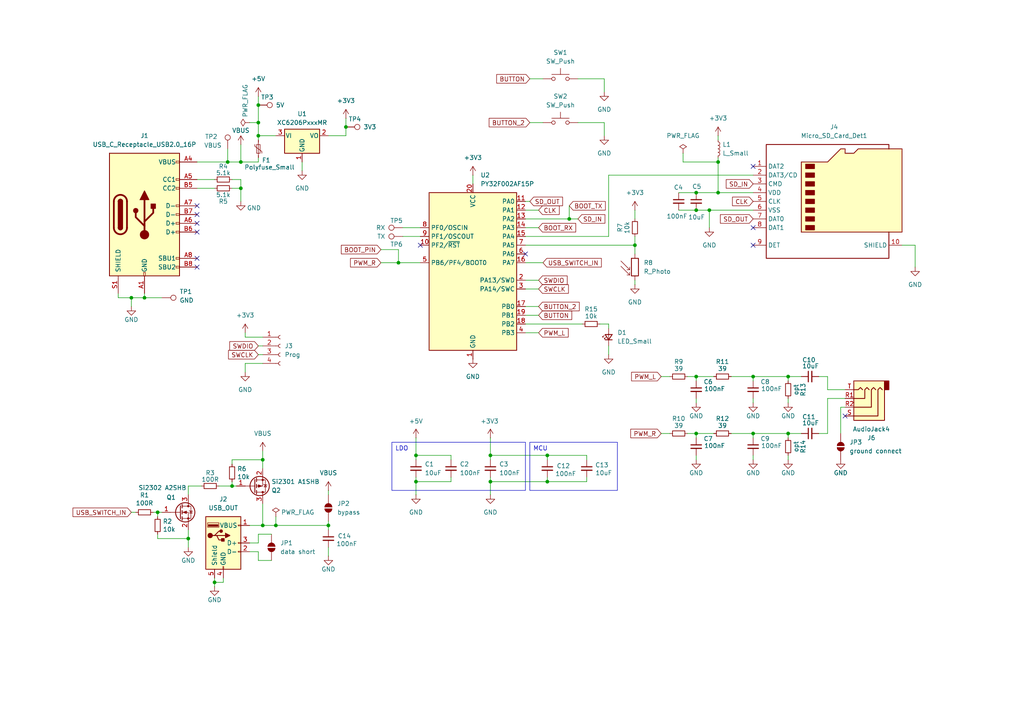
<source format=kicad_sch>
(kicad_sch (version 20250114) (generator "eeschema") (generator_version "9.0")
  (paper "A4")
  (lib_symbols
    (symbol "Connector:Conn_01x04_Socket" (pin_names (offset 1.016) (hide yes))
      (property "Reference" "J" (at 0 5.08 0))
      (property "Value" "Conn_01x04_Socket" (at 0 -7.62 0))
      (symbol "Conn_01x04_Socket_1_1"
        (pin passive line (at -5.08 2.54 0) (length 3.81) (name "Pin_1") (number "1"))
        (pin passive line (at -5.08 0 0) (length 3.81) (name "Pin_2") (number "2"))
        (pin passive line (at -5.08 -2.54 0) (length 3.81) (name "Pin_3") (number "3"))
        (pin passive line (at -5.08 -5.08 0) (length 3.81) (name "Pin_4") (number "4"))
      )
    )
    (symbol "Connector:Micro_SD_Card_Det1"
      (property "Reference" "J" (at -16.51 17.78 0))
      (property "Value" "Micro_SD_Card_Det1" (at 16.51 17.78 0))
      (symbol "Micro_SD_Card_Det1_1_1"
        (pin bidirectional line (at -22.86 10.16 0) (length 3.81) (name "DAT2") (number "1"))
        (pin bidirectional line (at -22.86 7.62 0) (length 3.81) (name "DAT3/CD") (number "2"))
        (pin input line (at -22.86 5.08 0) (length 3.81) (name "CMD") (number "3"))
        (pin power_in line (at -22.86 2.54 0) (length 3.81) (name "VDD") (number "4"))
        (pin input line (at -22.86 0 0) (length 3.81) (name "CLK") (number "5"))
        (pin power_in line (at -22.86 -2.54 0) (length 3.81) (name "VSS") (number "6"))
        (pin bidirectional line (at -22.86 -5.08 0) (length 3.81) (name "DAT0") (number "7"))
        (pin bidirectional line (at -22.86 -7.62 0) (length 3.81) (name "DAT1") (number "8"))
        (pin passive line (at -22.86 -12.7 0) (length 3.81) (name "DET") (number "9"))
        (pin passive line (at 20.32 -12.7 180) (length 3.81) (name "SHIELD") (number "10"))
      )
    )
    (symbol "Connector:TestPoint" (pin_numbers (hide yes)) (pin_names (offset 0.762) (hide yes))
      (property "Reference" "TP" (at 0 6.858 0))
      (property "Value" "TestPoint" (at 0 5.08 0))
      (symbol "TestPoint_1_1"
        (pin passive line (at 0 0 90) (length 2.54) (name "1") (number "1"))
      )
    )
    (symbol "Connector:USB_A" (pin_names (offset 1.016))
      (property "Reference" "J" (at -5.08 11.43 0))
      (property "Value" "USB_A" (at -5.08 8.89 0))
      (symbol "USB_A_1_1"
        (pin passive line (at -2.54 -10.16 90) (length 2.54) (name "Shield") (number "5"))
        (pin power_in line (at 0 -10.16 90) (length 2.54) (name "GND") (number "4"))
        (pin power_in line (at 7.62 5.08 180) (length 2.54) (name "VBUS") (number "1"))
        (pin bidirectional line (at 7.62 0 180) (length 2.54) (name "D+") (number "3"))
        (pin bidirectional line (at 7.62 -2.54 180) (length 2.54) (name "D-") (number "2"))
      )
    )
    (symbol "Connector:USB_C_Receptacle_USB2.0_16P" (pin_names (offset 1.016))
      (property "Reference" "J" (at 0 22.225 0))
      (property "Value" "USB_C_Receptacle_USB2.0_16P" (at 0 19.685 0))
      (symbol "USB_C_Receptacle_USB2.0_16P_1_1"
        (pin passive line (at -7.62 -22.86 90) (length 5.08) (name "SHIELD") (number "S1"))
        (pin passive line (at 0 -22.86 90) (length 5.08) (name "GND") (number "A1"))
        (pin passive line (at 0 -22.86 90) (length 5.08) (hide yes) (name "GND") (number "A12"))
        (pin passive line (at 0 -22.86 90) (length 5.08) (hide yes) (name "GND") (number "B1"))
        (pin passive line (at 0 -22.86 90) (length 5.08) (hide yes) (name "GND") (number "B12"))
        (pin passive line (at 15.24 15.24 180) (length 5.08) (name "VBUS") (number "A4"))
        (pin passive line (at 15.24 15.24 180) (length 5.08) (hide yes) (name "VBUS") (number "A9"))
        (pin passive line (at 15.24 15.24 180) (length 5.08) (hide yes) (name "VBUS") (number "B4"))
        (pin passive line (at 15.24 15.24 180) (length 5.08) (hide yes) (name "VBUS") (number "B9"))
        (pin bidirectional line (at 15.24 10.16 180) (length 5.08) (name "CC1") (number "A5"))
        (pin bidirectional line (at 15.24 7.62 180) (length 5.08) (name "CC2") (number "B5"))
        (pin bidirectional line (at 15.24 2.54 180) (length 5.08) (name "D-") (number "A7"))
        (pin bidirectional line (at 15.24 0 180) (length 5.08) (name "D-") (number "B7"))
        (pin bidirectional line (at 15.24 -2.54 180) (length 5.08) (name "D+") (number "A6"))
        (pin bidirectional line (at 15.24 -5.08 180) (length 5.08) (name "D+") (number "B6"))
        (pin bidirectional line (at 15.24 -12.7 180) (length 5.08) (name "SBU1") (number "A8"))
        (pin bidirectional line (at 15.24 -15.24 180) (length 5.08) (name "SBU2") (number "B8"))
      )
    )
    (symbol "Connector_Audio:AudioJack4"
      (property "Reference" "J" (at 0 8.89 0))
      (property "Value" "AudioJack4" (at 0 6.35 0))
      (symbol "AudioJack4_1_1"
        (pin passive line (at 5.08 2.54 180) (length 2.54) (name "~") (number "S"))
        (pin passive line (at 5.08 0 180) (length 2.54) (name "~") (number "R2"))
        (pin passive line (at 5.08 -2.54 180) (length 2.54) (name "~") (number "R1"))
        (pin passive line (at 5.08 -5.08 180) (length 2.54) (name "~") (number "T"))
      )
    )
    (symbol "Device:C_Small" (pin_numbers (hide yes)) (pin_names (offset 0.254) (hide yes))
      (property "Reference" "C" (at 0.254 1.778 0))
      (property "Value" "C_Small" (at 0.254 -2.032 0))
      (symbol "C_Small_1_1"
        (pin passive line (at 0 2.54 270) (length 2.032) (name "~") (number "1"))
        (pin passive line (at 0 -2.54 90) (length 2.032) (name "~") (number "2"))
      )
    )
    (symbol "Device:LED_Small" (pin_numbers (hide yes)) (pin_names (offset 0.254) (hide yes))
      (property "Reference" "D" (at -1.27 3.175 0))
      (property "Value" "LED_Small" (at -4.445 -2.54 0))
      (symbol "LED_Small_1_1"
        (pin passive line (at -2.54 0 0) (length 1.778) (name "K") (number "1"))
        (pin passive line (at 2.54 0 180) (length 1.778) (name "A") (number "2"))
      )
    )
    (symbol "Device:L_Small" (pin_numbers (hide yes)) (pin_names (offset 0.254) (hide yes))
      (property "Reference" "L" (at 0.762 1.016 0))
      (property "Value" "L_Small" (at 0.762 -1.016 0))
      (symbol "L_Small_1_1"
        (pin passive line (at 0 2.54 270) (length 0.508) (name "~") (number "1"))
        (pin passive line (at 0 -2.54 90) (length 0.508) (name "~") (number "2"))
      )
    )
    (symbol "Device:Polyfuse_Small" (pin_numbers (hide yes)) (pin_names (offset 0))
      (property "Reference" "F" (at -1.905 0 90))
      (property "Value" "Polyfuse_Small" (at 1.905 0 90))
      (symbol "Polyfuse_Small_1_1"
        (pin passive line (at 0 2.54 270) (length 0.635) (name "~") (number "1"))
        (pin passive line (at 0 -2.54 90) (length 0.635) (name "~") (number "2"))
      )
    )
    (symbol "Device:R_Photo" (pin_numbers (hide yes)) (pin_names (offset 0))
      (property "Reference" "R" (at 1.27 1.27 0))
      (property "Value" "R_Photo" (at 1.27 0 0))
      (symbol "R_Photo_1_1"
        (pin passive line (at 0 3.81 270) (length 1.27) (name "~") (number "1"))
        (pin passive line (at 0 -3.81 90) (length 1.27) (name "~") (number "2"))
      )
    )
    (symbol "Device:R_Small" (pin_numbers (hide yes)) (pin_names (offset 0.254) (hide yes))
      (property "Reference" "R" (at 0.762 0.508 0))
      (property "Value" "R_Small" (at 0.762 -1.016 0))
      (symbol "R_Small_1_1"
        (pin passive line (at 0 2.54 270) (length 0.762) (name "~") (number "1"))
        (pin passive line (at 0 -2.54 90) (length 0.762) (name "~") (number "2"))
      )
    )
    (symbol "Jumper:SolderJumper_2_Open" (pin_numbers (hide yes)) (pin_names (offset 0) (hide yes)) (exclude_from_sim yes) (in_bom no)
      (property "Reference" "JP" (at 0 2.032 0))
      (property "Value" "SolderJumper_2_Open" (at 0 -2.54 0))
      (symbol "SolderJumper_2_Open_1_1"
        (pin passive line (at -3.81 0 0) (length 2.54) (name "A") (number "1"))
        (pin passive line (at 3.81 0 180) (length 2.54) (name "B") (number "2"))
      )
    )
    (symbol "MCU_Puya:PY32F002AF15P"
      (property "Reference" "U" (at -11.43 24.638 0))
      (property "Value" "PY32F002AF15P" (at 8.636 24.13 0))
      (symbol "PY32F002AF15P_1_1"
        (pin bidirectional line (at -15.24 12.7 0) (length 2.54) (name "PF0/OSCIN") (number "8"))
        (pin bidirectional line (at -15.24 10.16 0) (length 2.54) (name "PF1/OSCOUT") (number "9"))
        (pin bidirectional line (at -15.24 7.62 0) (length 2.54) (name "PF2/~{RST}") (number "10"))
        (pin bidirectional line (at -15.24 2.54 0) (length 2.54) (name "PB6/PF4/BOOT0") (number "5"))
        (pin power_in line (at 0 25.4 270) (length 2.54) (name "VCC") (number "20"))
        (pin power_in line (at 0 -25.4 90) (length 2.54) (name "GND") (number "1"))
        (pin bidirectional line (at 15.24 20.32 180) (length 2.54) (name "PA0") (number "11"))
        (pin bidirectional line (at 15.24 17.78 180) (length 2.54) (name "PA1") (number "12"))
        (pin bidirectional line (at 15.24 15.24 180) (length 2.54) (name "PA2") (number "13"))
        (pin bidirectional line (at 15.24 12.7 180) (length 2.54) (name "PA3") (number "14"))
        (pin bidirectional line (at 15.24 10.16 180) (length 2.54) (name "PA4") (number "15"))
        (pin bidirectional line (at 15.24 7.62 180) (length 2.54) (name "PA5") (number "7"))
        (pin bidirectional line (at 15.24 5.08 180) (length 2.54) (name "PA6") (number "6"))
        (pin bidirectional line (at 15.24 2.54 180) (length 2.54) (name "PA7") (number "16"))
        (pin bidirectional line (at 15.24 -2.54 180) (length 2.54) (name "PA13/SWD") (number "2"))
        (pin bidirectional line (at 15.24 -5.08 180) (length 2.54) (name "PA14/SWC") (number "3"))
        (pin bidirectional line (at 15.24 -10.16 180) (length 2.54) (name "PB0") (number "17"))
        (pin bidirectional line (at 15.24 -12.7 180) (length 2.54) (name "PB1") (number "19"))
        (pin bidirectional line (at 15.24 -15.24 180) (length 2.54) (name "PB2") (number "18"))
        (pin bidirectional line (at 15.24 -17.78 180) (length 2.54) (name "PB3") (number "4"))
      )
    )
    (symbol "Regulator_Linear:XC6206PxxxMR" (pin_names (offset 0.254))
      (property "Reference" "U" (at -3.81 3.175 0))
      (property "Value" "XC6206PxxxMR" (at 0 3.175 0))
      (symbol "XC6206PxxxMR_1_1"
        (pin power_in line (at -7.62 0 0) (length 2.54) (name "VI") (number "3"))
        (pin power_in line (at 0 -7.62 90) (length 2.54) (name "GND") (number "1"))
        (pin power_out line (at 7.62 0 180) (length 2.54) (name "VO") (number "2"))
      )
    )
    (symbol "Switch:SW_Push" (pin_numbers (hide yes)) (pin_names (offset 1.016) (hide yes))
      (property "Reference" "SW" (at 1.27 2.54 0))
      (property "Value" "SW_Push" (at 0 -1.524 0))
      (symbol "SW_Push_0_1"
        (pin passive line (at -5.08 0 0) (length 2.54) (name "1") (number "1"))
        (pin passive line (at 5.08 0 180) (length 2.54) (name "2") (number "2"))
      )
    )
    (symbol "Transistor_FET:2N7002" (pin_names (hide yes))
      (property "Reference" "Q" (at 5.08 1.905 0))
      (property "Value" "2N7002" (at 5.08 0 0))
      (symbol "2N7002_1_1"
        (pin input line (at -5.08 0 0) (length 2.54) (name "G") (number "1"))
        (pin passive line (at 2.54 5.08 270) (length 2.54) (name "D") (number "3"))
        (pin passive line (at 2.54 -5.08 90) (length 2.54) (name "S") (number "2"))
      )
    )
    (symbol "Transistor_FET:Si2319CDS" (pin_names (hide yes))
      (property "Reference" "Q" (at 5.08 1.905 0))
      (property "Value" "Si2319CDS" (at 5.08 0 0))
      (symbol "Si2319CDS_1_1"
        (pin input line (at -5.08 0 0) (length 2.54) (name "G") (number "1"))
        (pin passive line (at 2.54 5.08 270) (length 2.54) (name "D") (number "3"))
        (pin passive line (at 2.54 -5.08 90) (length 2.54) (name "S") (number "2"))
      )
    )
    (symbol "power:+3V3" (power) (pin_numbers (hide yes)) (pin_names (offset 0) (hide yes))
      (property "Value" "+3V3" (at 0 3.556 0))
      (symbol "+3V3_1_1"
        (pin power_in line (at 0 0 90) (length 0) (name "~") (number "1"))
      )
    )
    (symbol "power:+5V" (power) (pin_numbers (hide yes)) (pin_names (offset 0) (hide yes))
      (property "Value" "+5V" (at 0 3.556 0))
      (symbol "+5V_1_1"
        (pin power_in line (at 0 0 90) (length 0) (name "~") (number "1"))
      )
    )
    (symbol "power:GND" (power) (pin_numbers (hide yes)) (pin_names (offset 0) (hide yes))
      (property "Value" "GND" (at 0 -3.81 0))
      (symbol "GND_1_1"
        (pin power_in line (at 0 0 270) (length 0) (name "~") (number "1"))
      )
    )
    (symbol "power:PWR_FLAG" (power) (pin_numbers (hide yes)) (pin_names (offset 0) (hide yes))
      (property "Value" "PWR_FLAG" (at 0 3.81 0))
      (symbol "PWR_FLAG_0_0"
        (pin power_out line (at 0 0 90) (length 0) (name "~") (number "1"))
      )
    )
    (symbol "power:VBUS" (power) (pin_numbers (hide yes)) (pin_names (offset 0) (hide yes))
      (property "Value" "VBUS" (at 0 3.556 0))
      (symbol "VBUS_1_1"
        (pin power_in line (at 0 0 90) (length 0) (name "~") (number "1"))
      )
    )
  )
  (text_box "LDO" (at 113.665 128.27 0) (size 38.735 13.97) (margins 0.9525 0.9525 0.9525 0.9525) (effects (font (size 1.27 1.27)) (justify left top)))
  (text_box "MCU" (at 153.67 128.27 0) (size 25.4 13.97) (margins 0.9525 0.9525 0.9525 0.9525) (effects (font (size 1.27 1.27)) (justify left top)))
  (junction (at 38.1 86.36))
  (junction (at 80.01 152.4))
  (junction (at 54.61 156.21))
  (junction (at 66.04 46.99))
  (junction (at 120.65 132.08))
  (junction (at 67.31 140.97))
  (junction (at 201.93 55.88))
  (junction (at 158.75 132.08))
  (junction (at 208.28 46.99))
  (junction (at 142.24 139.7))
  (junction (at 184.15 71.12))
  (junction (at 201.93 60.96))
  (junction (at 62.23 168.91))
  (junction (at 208.28 55.88))
  (junction (at 228.6 125.73))
  (junction (at 74.93 39.37))
  (junction (at 228.6 109.22))
  (junction (at 95.25 152.4))
  (junction (at 201.93 109.22))
  (junction (at 120.65 139.7))
  (junction (at 45.72 148.59))
  (junction (at 158.75 139.7))
  (junction (at 115.57 76.2))
  (junction (at 74.93 35.56))
  (junction (at 142.24 132.08))
  (junction (at 69.85 54.61))
  (junction (at 218.44 109.22))
  (junction (at 165.1 63.5))
  (junction (at 74.93 30.48))
  (junction (at 41.91 86.36))
  (junction (at 201.93 125.73))
  (junction (at 100.33 36.83))
  (junction (at 76.2 133.35))
  (junction (at 205.74 60.96))
  (junction (at 218.44 125.73))
  (junction (at 76.2 152.4))
  (junction (at 69.85 46.99))
  (no_connect (at 152.4 73.66))
  (no_connect (at 57.15 62.23))
  (no_connect (at 57.15 64.77))
  (no_connect (at 218.44 48.26))
  (no_connect (at 245.11 120.65))
  (no_connect (at 121.92 71.12))
  (no_connect (at 218.44 66.04))
  (no_connect (at 57.15 59.69))
  (no_connect (at 57.15 77.47))
  (no_connect (at 57.15 67.31))
  (no_connect (at 218.44 71.12))
  (no_connect (at 57.15 74.93))
  (wire (pts (xy 152.4 66.04) (xy 156.21 66.04)))
  (wire (pts (xy 201.93 109.22) (xy 201.93 110.49)))
  (wire (pts (xy 45.72 154.94) (xy 45.72 156.21)))
  (wire (pts (xy 212.09 125.73) (xy 218.44 125.73)))
  (wire (pts (xy 38.1 86.36) (xy 41.91 86.36)))
  (wire (pts (xy 116.84 68.58) (xy 121.92 68.58)))
  (wire (pts (xy 74.93 102.87) (xy 76.2 102.87)))
  (wire (pts (xy 116.84 66.04) (xy 121.92 66.04)))
  (wire (pts (xy 95.25 142.24) (xy 95.25 143.51)))
  (wire (pts (xy 191.77 109.22) (xy 194.31 109.22)))
  (wire (pts (xy 72.39 160.02) (xy 74.93 160.02)))
  (wire (pts (xy 218.44 125.73) (xy 228.6 125.73)))
  (wire (pts (xy 243.84 118.11) (xy 243.84 125.73)))
  (wire (pts (xy 218.44 109.22) (xy 228.6 109.22)))
  (wire (pts (xy 201.93 60.96) (xy 205.74 60.96)))
  (wire (pts (xy 165.1 63.5) (xy 167.64 63.5)))
  (wire (pts (xy 176.53 50.8) (xy 218.44 50.8)))
  (wire (pts (xy 240.03 115.57) (xy 245.11 115.57)))
  (wire (pts (xy 228.6 109.22) (xy 228.6 110.49)))
  (wire (pts (xy 152.4 81.28) (xy 156.21 81.28)))
  (wire (pts (xy 130.81 132.08) (xy 120.65 132.08)))
  (wire (pts (xy 184.15 71.12) (xy 184.15 73.66)))
  (wire (pts (xy 152.4 88.9) (xy 156.21 88.9)))
  (wire (pts (xy 69.85 52.07) (xy 69.85 54.61)))
  (wire (pts (xy 198.12 46.99) (xy 208.28 46.99)))
  (wire (pts (xy 205.74 66.04) (xy 205.74 60.96)))
  (wire (pts (xy 62.23 167.64) (xy 62.23 168.91)))
  (wire (pts (xy 208.28 45.72) (xy 208.28 46.99)))
  (wire (pts (xy 237.49 125.73) (xy 240.03 125.73)))
  (wire (pts (xy 38.1 148.59) (xy 39.37 148.59)))
  (wire (pts (xy 228.6 109.22) (xy 232.41 109.22)))
  (wire (pts (xy 165.1 59.69) (xy 165.1 63.5)))
  (wire (pts (xy 152.4 60.96) (xy 156.21 60.96)))
  (wire (pts (xy 100.33 39.37) (xy 100.33 36.83)))
  (wire (pts (xy 152.4 58.42) (xy 153.67 58.42)))
  (wire (pts (xy 67.31 134.62) (xy 67.31 133.35)))
  (wire (pts (xy 175.26 35.56) (xy 175.26 39.37)))
  (wire (pts (xy 196.85 60.96) (xy 201.93 60.96)))
  (wire (pts (xy 100.33 36.83) (xy 100.33 34.29)))
  (wire (pts (xy 54.61 153.67) (xy 54.61 156.21)))
  (wire (pts (xy 158.75 132.08) (xy 170.18 132.08)))
  (wire (pts (xy 120.65 138.43) (xy 120.65 139.7)))
  (wire (pts (xy 78.74 154.94) (xy 74.93 154.94)))
  (wire (pts (xy 76.2 130.81) (xy 76.2 133.35)))
  (wire (pts (xy 62.23 168.91) (xy 64.77 168.91)))
  (wire (pts (xy 115.57 76.2) (xy 121.92 76.2)))
  (wire (pts (xy 142.24 127) (xy 142.24 132.08)))
  (wire (pts (xy 76.2 146.05) (xy 76.2 152.4)))
  (wire (pts (xy 57.15 46.99) (xy 66.04 46.99)))
  (wire (pts (xy 120.65 132.08) (xy 120.65 133.35)))
  (wire (pts (xy 67.31 52.07) (xy 69.85 52.07)))
  (wire (pts (xy 80.01 149.86) (xy 80.01 152.4)))
  (wire (pts (xy 71.12 105.41) (xy 76.2 105.41)))
  (wire (pts (xy 170.18 138.43) (xy 170.18 139.7)))
  (wire (pts (xy 54.61 156.21) (xy 54.61 158.75)))
  (wire (pts (xy 142.24 138.43) (xy 142.24 139.7)))
  (wire (pts (xy 87.63 46.99) (xy 87.63 49.53)))
  (wire (pts (xy 240.03 113.03) (xy 245.11 113.03)))
  (wire (pts (xy 45.72 148.59) (xy 45.72 149.86)))
  (wire (pts (xy 201.93 115.57) (xy 201.93 116.84)))
  (wire (pts (xy 41.91 85.09) (xy 41.91 86.36)))
  (wire (pts (xy 176.53 68.58) (xy 152.4 68.58)))
  (wire (pts (xy 153.67 22.86) (xy 157.48 22.86)))
  (wire (pts (xy 170.18 132.08) (xy 170.18 133.35)))
  (wire (pts (xy 228.6 115.57) (xy 228.6 116.84)))
  (wire (pts (xy 74.93 162.56) (xy 78.74 162.56)))
  (wire (pts (xy 212.09 109.22) (xy 218.44 109.22)))
  (wire (pts (xy 71.12 97.79) (xy 76.2 97.79)))
  (wire (pts (xy 201.93 55.88) (xy 208.28 55.88)))
  (wire (pts (xy 201.93 125.73) (xy 201.93 127)))
  (wire (pts (xy 74.93 35.56) (xy 74.93 39.37)))
  (wire (pts (xy 120.65 127) (xy 120.65 132.08)))
  (wire (pts (xy 74.93 39.37) (xy 80.01 39.37)))
  (wire (pts (xy 218.44 132.08) (xy 218.44 133.35)))
  (wire (pts (xy 205.74 60.96) (xy 218.44 60.96)))
  (wire (pts (xy 199.39 109.22) (xy 201.93 109.22)))
  (wire (pts (xy 64.77 167.64) (xy 64.77 168.91)))
  (wire (pts (xy 80.01 152.4) (xy 95.25 152.4)))
  (wire (pts (xy 95.25 152.4) (xy 95.25 151.13)))
  (wire (pts (xy 74.93 27.94) (xy 74.93 30.48)))
  (wire (pts (xy 34.29 85.09) (xy 34.29 86.36)))
  (wire (pts (xy 69.85 46.99) (xy 69.85 41.91)))
  (wire (pts (xy 152.4 71.12) (xy 184.15 71.12)))
  (wire (pts (xy 115.57 76.2) (xy 115.57 72.39)))
  (wire (pts (xy 201.93 109.22) (xy 207.01 109.22)))
  (wire (pts (xy 152.4 83.82) (xy 156.21 83.82)))
  (wire (pts (xy 71.12 107.95) (xy 71.12 105.41)))
  (wire (pts (xy 72.39 35.56) (xy 74.93 35.56)))
  (wire (pts (xy 95.25 158.75) (xy 95.25 161.29)))
  (wire (pts (xy 66.04 46.99) (xy 69.85 46.99)))
  (wire (pts (xy 176.53 50.8) (xy 176.53 68.58)))
  (wire (pts (xy 71.12 96.52) (xy 71.12 97.79)))
  (wire (pts (xy 67.31 133.35) (xy 76.2 133.35)))
  (wire (pts (xy 176.53 93.98) (xy 173.99 93.98)))
  (wire (pts (xy 74.93 30.48) (xy 74.93 35.56)))
  (wire (pts (xy 261.62 71.12) (xy 265.43 71.12)))
  (wire (pts (xy 67.31 140.97) (xy 68.58 140.97)))
  (wire (pts (xy 69.85 54.61) (xy 69.85 58.42)))
  (wire (pts (xy 63.5 140.97) (xy 67.31 140.97)))
  (wire (pts (xy 142.24 139.7) (xy 142.24 143.51)))
  (wire (pts (xy 218.44 115.57) (xy 218.44 116.84)))
  (wire (pts (xy 110.49 76.2) (xy 115.57 76.2)))
  (wire (pts (xy 110.49 72.39) (xy 115.57 72.39)))
  (wire (pts (xy 208.28 39.37) (xy 208.28 40.64)))
  (wire (pts (xy 158.75 132.08) (xy 158.75 133.35)))
  (wire (pts (xy 57.15 54.61) (xy 62.23 54.61)))
  (wire (pts (xy 137.16 50.8) (xy 137.16 53.34)))
  (wire (pts (xy 240.03 125.73) (xy 240.03 115.57)))
  (wire (pts (xy 74.93 100.33) (xy 76.2 100.33)))
  (wire (pts (xy 153.67 35.56) (xy 157.48 35.56)))
  (wire (pts (xy 74.93 45.72) (xy 74.93 46.99)))
  (wire (pts (xy 167.64 22.86) (xy 175.26 22.86)))
  (wire (pts (xy 67.31 139.7) (xy 67.31 140.97)))
  (wire (pts (xy 176.53 100.33) (xy 176.53 102.87)))
  (wire (pts (xy 34.29 86.36) (xy 38.1 86.36)))
  (wire (pts (xy 184.15 60.96) (xy 184.15 63.5)))
  (wire (pts (xy 38.1 86.36) (xy 38.1 88.9)))
  (wire (pts (xy 45.72 148.59) (xy 46.99 148.59)))
  (wire (pts (xy 67.31 54.61) (xy 69.85 54.61)))
  (wire (pts (xy 69.85 46.99) (xy 74.93 46.99)))
  (wire (pts (xy 152.4 76.2) (xy 157.48 76.2)))
  (wire (pts (xy 196.85 55.88) (xy 201.93 55.88)))
  (wire (pts (xy 199.39 125.73) (xy 201.93 125.73)))
  (wire (pts (xy 201.93 132.08) (xy 201.93 133.35)))
  (wire (pts (xy 228.6 125.73) (xy 228.6 127)))
  (wire (pts (xy 120.65 139.7) (xy 120.65 143.51)))
  (wire (pts (xy 76.2 152.4) (xy 80.01 152.4)))
  (wire (pts (xy 45.72 156.21) (xy 54.61 156.21)))
  (wire (pts (xy 228.6 132.08) (xy 228.6 133.35)))
  (wire (pts (xy 95.25 152.4) (xy 95.25 153.67)))
  (wire (pts (xy 54.61 143.51) (xy 54.61 140.97)))
  (wire (pts (xy 72.39 152.4) (xy 76.2 152.4)))
  (wire (pts (xy 120.65 139.7) (xy 130.81 139.7)))
  (wire (pts (xy 142.24 132.08) (xy 158.75 132.08)))
  (wire (pts (xy 54.61 140.97) (xy 58.42 140.97)))
  (wire (pts (xy 184.15 68.58) (xy 184.15 71.12)))
  (wire (pts (xy 152.4 96.52) (xy 156.21 96.52)))
  (wire (pts (xy 184.15 81.28) (xy 184.15 82.55)))
  (wire (pts (xy 158.75 138.43) (xy 158.75 139.7)))
  (wire (pts (xy 201.93 125.73) (xy 207.01 125.73)))
  (wire (pts (xy 74.93 160.02) (xy 74.93 162.56)))
  (wire (pts (xy 218.44 109.22) (xy 218.44 110.49)))
  (wire (pts (xy 130.81 138.43) (xy 130.81 139.7)))
  (wire (pts (xy 175.26 22.86) (xy 175.26 26.67)))
  (wire (pts (xy 228.6 125.73) (xy 232.41 125.73)))
  (wire (pts (xy 198.12 44.45) (xy 198.12 46.99)))
  (wire (pts (xy 152.4 91.44) (xy 156.21 91.44)))
  (wire (pts (xy 76.2 133.35) (xy 76.2 135.89)))
  (wire (pts (xy 66.04 43.18) (xy 66.04 46.99)))
  (wire (pts (xy 74.93 154.94) (xy 74.93 157.48)))
  (wire (pts (xy 191.77 125.73) (xy 194.31 125.73)))
  (wire (pts (xy 245.11 118.11) (xy 243.84 118.11)))
  (wire (pts (xy 74.93 157.48) (xy 72.39 157.48)))
  (wire (pts (xy 240.03 109.22) (xy 240.03 113.03)))
  (wire (pts (xy 208.28 46.99) (xy 208.28 55.88)))
  (wire (pts (xy 218.44 125.73) (xy 218.44 127)))
  (wire (pts (xy 57.15 52.07) (xy 62.23 52.07)))
  (wire (pts (xy 74.93 39.37) (xy 74.93 40.64)))
  (wire (pts (xy 167.64 35.56) (xy 175.26 35.56)))
  (wire (pts (xy 208.28 55.88) (xy 218.44 55.88)))
  (wire (pts (xy 265.43 71.12) (xy 265.43 77.47)))
  (wire (pts (xy 44.45 148.59) (xy 45.72 148.59)))
  (wire (pts (xy 62.23 168.91) (xy 62.23 170.18)))
  (wire (pts (xy 152.4 93.98) (xy 168.91 93.98)))
  (wire (pts (xy 237.49 109.22) (xy 240.03 109.22)))
  (wire (pts (xy 130.81 132.08) (xy 130.81 133.35)))
  (wire (pts (xy 95.25 39.37) (xy 100.33 39.37)))
  (wire (pts (xy 176.53 95.25) (xy 176.53 93.98)))
  (wire (pts (xy 152.4 63.5) (xy 165.1 63.5)))
  (wire (pts (xy 170.18 139.7) (xy 158.75 139.7)))
  (wire (pts (xy 41.91 86.36) (xy 46.99 86.36)))
  (wire (pts (xy 158.75 139.7) (xy 142.24 139.7)))
  (wire (pts (xy 142.24 132.08) (xy 142.24 133.35)))
  (global_label "SD_OUT" (shape input) (at 153.67 58.42 0) (property "Intersheetrefs" "${INTERSHEET_REFS}" (effects (hide yes))))
  (global_label "SWDIO" (shape input) (at 74.93 100.33 180) (property "Intersheetrefs" "${INTERSHEET_REFS}" (effects (hide yes))))
  (global_label "CLK" (shape input) (at 218.44 58.42 180) (property "Intersheetrefs" "${INTERSHEET_REFS}" (effects (hide yes))))
  (global_label "PWM_L" (shape input) (at 191.77 109.22 180) (property "Intersheetrefs" "${INTERSHEET_REFS}" (effects (hide yes))))
  (global_label "SWDIO" (shape input) (at 156.21 81.28 0) (property "Intersheetrefs" "${INTERSHEET_REFS}" (effects (hide yes))))
  (global_label "BUTTON" (shape input) (at 153.67 22.86 180) (property "Intersheetrefs" "${INTERSHEET_REFS}" (effects (hide yes))))
  (global_label "PWM_L" (shape input) (at 156.21 96.52 0) (property "Intersheetrefs" "${INTERSHEET_REFS}" (effects (hide yes))))
  (global_label "USB_SWITCH_IN" (shape input) (at 157.48 76.2 0) (property "Intersheetrefs" "${INTERSHEET_REFS}" (effects (hide yes))) (property "Odnośniki między arkuszami" "${INTERSHEET_REFS}" (effects (hide yes))))
  (global_label "USB_SWITCH_IN" (shape input) (at 38.1 148.59 180) (property "Intersheetrefs" "${INTERSHEET_REFS}" (effects (hide yes))) (property "Odnośniki między arkuszami" "${INTERSHEET_REFS}" (effects (hide yes))))
  (global_label "SWCLK" (shape input) (at 74.93 102.87 180) (property "Intersheetrefs" "${INTERSHEET_REFS}" (effects (hide yes))))
  (global_label "BUTTON" (shape input) (at 156.21 91.44 0) (property "Intersheetrefs" "${INTERSHEET_REFS}" (effects (hide yes))))
  (global_label "BOOT_PIN" (shape input) (at 110.49 72.39 180) (property "Intersheetrefs" "${INTERSHEET_REFS}" (effects (hide yes))))
  (global_label "SD_IN" (shape input) (at 218.44 53.34 180) (property "Intersheetrefs" "${INTERSHEET_REFS}" (effects (hide yes))))
  (global_label "BUTTON_2" (shape input) (at 153.67 35.56 180) (property "Intersheetrefs" "${INTERSHEET_REFS}" (effects (hide yes))))
  (global_label "PWM_R" (shape input) (at 110.49 76.2 180) (property "Intersheetrefs" "${INTERSHEET_REFS}" (effects (hide yes))))
  (global_label "SD_OUT" (shape input) (at 218.44 63.5 180) (property "Intersheetrefs" "${INTERSHEET_REFS}" (effects (hide yes))))
  (global_label "CLK" (shape input) (at 156.21 60.96 0) (property "Intersheetrefs" "${INTERSHEET_REFS}" (effects (hide yes))))
  (global_label "BUTTON_2" (shape input) (at 156.21 88.9 0) (property "Intersheetrefs" "${INTERSHEET_REFS}" (effects (hide yes))))
  (global_label "SD_IN" (shape input) (at 167.64 63.5 0) (property "Intersheetrefs" "${INTERSHEET_REFS}" (effects (hide yes))))
  (global_label "BOOT_RX" (shape input) (at 156.21 66.04 0) (property "Intersheetrefs" "${INTERSHEET_REFS}" (effects (hide yes))))
  (global_label "BOOT_TX" (shape input) (at 165.1 59.69 0) (property "Intersheetrefs" "${INTERSHEET_REFS}" (effects (hide yes))))
  (global_label "SWCLK" (shape input) (at 156.21 83.82 0) (property "Intersheetrefs" "${INTERSHEET_REFS}" (effects (hide yes))))
  (global_label "PWM_R" (shape input) (at 191.77 125.73 180) (property "Intersheetrefs" "${INTERSHEET_REFS}" (effects (hide yes))))
  (symbol (lib_id "Device:R_Photo") (at 184.15 77.47 0) (unit 1)
    (property "Reference" "R8" (at 186.69 76.1999 0) (effects (justify left)))
    (property "Value" "R_Photo" (at 186.69 78.7399 0) (effects (justify left)))
    (property "Footprint" "OptoDevice:R_LDR_5.0x4.1mm_P3mm_Vertical" (effects (hide yes)))
    (property "Description" "Photoresistor" (effects (hide yes)))
  )
  (symbol (lib_id "power:PWR_FLAG") (at 198.12 44.45 0) (unit 1)
    (property "Reference" "#FLG01" (effects (hide yes)))
    (property "Value" "PWR_FLAG" (at 198.12 39.37 0))
    (property "Description" "Special symbol for telling ERC where power comes from" (effects (hide yes)))
  )
  (symbol (lib_id "power:+3V3") (at 142.24 127 0) (unit 1)
    (property "Reference" "#PWR017" (effects (hide yes)))
    (property "Value" "+3V3" (at 141.986 122.174 0))
    (property "Description" "Power symbol creates a global label with name \"+3V3\"" (effects (hide yes)))
  )
  (symbol (lib_id "Device:C_Small") (at 130.81 135.89 0) (unit 1)
    (property "Reference" "C2" (at 133.35 134.6262 0) (effects (justify left)))
    (property "Value" "100nF" (at 133.35 137.1662 0) (effects (justify left)))
    (property "Footprint" "Capacitor_SMD:C_0402_1005Metric" (effects (hide yes)))
    (property "Description" "Unpolarized capacitor, small symbol" (effects (hide yes)))
  )
  (symbol (lib_id "Device:R_Small") (at 209.55 109.22 90) (unit 1)
    (property "Reference" "R11" (at 209.55 104.902 90))
    (property "Value" "39" (at 209.55 106.934 90))
    (property "Footprint" "Resistor_SMD:R_0402_1005Metric" (effects (hide yes)))
    (property "Description" "Resistor, small symbol" (effects (hide yes)))
  )
  (symbol (lib_id "Connector:TestPoint") (at 66.04 43.18 0) (unit 1)
    (property "Reference" "TP2" (at 59.436 39.624 0) (effects (justify left)))
    (property "Value" "VBUS" (at 59.182 42.164 0) (effects (justify left)))
    (property "Footprint" "TestPoint:TestPoint_Pad_D1.5mm" (effects (hide yes)))
    (property "Description" "test point" (effects (hide yes)))
  )
  (symbol (lib_id "Connector_Audio:AudioJack4") (at 250.19 118.11 180) (unit 1)
    (property "Reference" "J6" (at 252.73 127 0))
    (property "Value" "AudioJack4" (at 252.73 124.46 0))
    (property "Footprint" "FxDev:PJ-322" (effects (hide yes)))
    (property "Description" "Audio Jack, 4 Poles (TRRS)" (effects (hide yes)))
  )
  (symbol (lib_id "Connector:TestPoint") (at 46.99 86.36 270) (unit 1)
    (property "Reference" "TP1" (at 52.07 84.582 90) (effects (justify left)))
    (property "Value" "GND" (at 52.07 87.122 90) (effects (justify left)))
    (property "Footprint" "TestPoint:TestPoint_Pad_D1.5mm" (effects (hide yes)))
    (property "Description" "test point" (effects (hide yes)))
  )
  (symbol (lib_id "Device:R_Small") (at 196.85 109.22 90) (unit 1)
    (property "Reference" "R9" (at 196.85 104.902 90))
    (property "Value" "39" (at 196.85 106.934 90))
    (property "Footprint" "Resistor_SMD:R_0402_1005Metric" (effects (hide yes)))
    (property "Description" "Resistor, small symbol" (effects (hide yes)))
  )
  (symbol (lib_id "power:+3V3") (at 100.33 34.29 0) (unit 1)
    (property "Reference" "#PWR012" (effects (hide yes)))
    (property "Value" "+3V3" (at 100.33 29.21 0))
    (property "Description" "Power symbol creates a global label with name \"+3V3\"" (effects (hide yes)))
  )
  (symbol (lib_id "Device:R_Small") (at 171.45 93.98 90) (unit 1)
    (property "Reference" "R15" (at 171.45 89.662 90))
    (property "Value" "10k" (at 171.45 91.694 90))
    (property "Footprint" "Resistor_SMD:R_0402_1005Metric" (effects (hide yes)))
    (property "Description" "Resistor, small symbol" (effects (hide yes)))
  )
  (symbol (lib_id "Jumper:SolderJumper_2_Open") (at 243.84 129.54 270) (unit 1) (exclude_from_sim yes) (in_bom no)
    (property "Reference" "JP3" (at 246.38 128.2699 90) (effects (justify left)))
    (property "Value" "ground connect" (at 246.38 130.8099 90) (effects (justify left)))
    (property "Footprint" "Jumper:SolderJumper-2_P1.3mm_Open_TrianglePad1.0x1.5mm" (effects (hide yes)))
    (property "Description" "Solder Jumper, 2-pole, open" (effects (hide yes)))
  )
  (symbol (lib_id "Device:C_Small") (at 218.44 129.54 0) (unit 1)
    (property "Reference" "C9" (at 223.266 127.254 0) (effects (justify right)))
    (property "Value" "100nF" (at 226.822 129.286 0) (effects (justify right)))
    (property "Footprint" "Capacitor_SMD:C_0402_1005Metric" (effects (hide yes)))
  )
  (symbol (lib_id "Device:C_Small") (at 95.25 156.21 0) (unit 1)
    (property "Reference" "C14" (at 101.854 155.448 0) (effects (justify right)))
    (property "Value" "100nF" (at 103.632 157.734 0) (effects (justify right)))
    (property "Footprint" "Capacitor_SMD:C_0402_1005Metric" (effects (hide yes)))
  )
  (symbol (lib_id "power:GND") (at 201.93 133.35 0) (unit 1)
    (property "Reference" "#PWR023" (effects (hide yes)))
    (property "Value" "GND" (at 201.93 137.16 0))
    (property "Description" "Power symbol creates a global label with name \"GND\" , ground" (effects (hide yes)))
  )
  (symbol (lib_id "power:GND") (at 95.25 161.29 0) (unit 1)
    (property "Reference" "#PWR034" (effects (hide yes)))
    (property "Value" "GND" (at 95.25 165.1 0))
  )
  (symbol (lib_id "Device:R_Small") (at 228.6 129.54 0) (unit 1)
    (property "Reference" "R14" (at 232.918 129.54 90))
    (property "Value" "opt" (at 230.886 129.54 90))
    (property "Footprint" "Resistor_SMD:R_0402_1005Metric" (effects (hide yes)))
    (property "Description" "Resistor, small symbol" (effects (hide yes)))
  )
  (symbol (lib_id "Transistor_FET:Si2319CDS") (at 73.66 140.97 0) (mirror x) (unit 1)
    (property "Reference" "Q2" (at 78.74 142.24 0) (effects (justify left)))
    (property "Value" "Si2301 A1SHB" (at 78.74 139.7 0) (effects (justify left)))
    (property "Footprint" "Package_TO_SOT_SMD:SOT-23" (effects (hide yes)))
    (property "Datasheet" "http://www.vishay.com/docs/66709/si2319cd.pdf" (effects (hide yes)))
  )
  (symbol (lib_id "Jumper:SolderJumper_2_Open") (at 95.25 147.32 270) (unit 1) (exclude_from_sim yes) (in_bom no)
    (property "Reference" "JP2" (at 97.79 146.0499 90) (effects (justify left)))
    (property "Value" "bypass" (at 97.79 148.5899 90) (effects (justify left)))
    (property "Footprint" "Jumper:SolderJumper-2_P1.3mm_Open_TrianglePad1.0x1.5mm" (effects (hide yes)))
    (property "Description" "Solder Jumper, 2-pole, open" (effects (hide yes)))
  )
  (symbol (lib_id "Device:C_Small") (at 201.93 113.03 0) (unit 1)
    (property "Reference" "C6" (at 206.756 110.744 0) (effects (justify right)))
    (property "Value" "100nF" (at 210.312 112.776 0) (effects (justify right)))
    (property "Footprint" "Capacitor_SMD:C_0402_1005Metric" (effects (hide yes)))
  )
  (symbol (lib_id "Device:C_Small") (at 158.75 135.89 0) (unit 1)
    (property "Reference" "C12" (at 165.354 135.128 0) (effects (justify right)))
    (property "Value" "100nF" (at 167.132 137.414 0) (effects (justify right)))
    (property "Footprint" "Capacitor_SMD:C_0402_1005Metric" (effects (hide yes)))
  )
  (symbol (lib_id "power:GND") (at 175.26 26.67 0) (unit 1)
    (property "Reference" "#PWR019" (effects (hide yes)))
    (property "Value" "GND" (at 175.26 31.75 0))
    (property "Description" "Power symbol creates a global label with name \"GND\" , ground" (effects (hide yes)))
  )
  (symbol (lib_id "Device:C_Small") (at 218.44 113.03 0) (unit 1)
    (property "Reference" "C8" (at 223.266 110.744 0) (effects (justify right)))
    (property "Value" "100nF" (at 226.822 112.776 0) (effects (justify right)))
    (property "Footprint" "Capacitor_SMD:C_0402_1005Metric" (effects (hide yes)))
  )
  (symbol (lib_id "power:GND") (at 228.6 116.84 0) (unit 1)
    (property "Reference" "#PWR028" (effects (hide yes)))
    (property "Value" "GND" (at 228.6 120.65 0))
    (property "Description" "Power symbol creates a global label with name \"GND\" , ground" (effects (hide yes)))
  )
  (symbol (lib_id "power:GND") (at 218.44 133.35 0) (unit 1)
    (property "Reference" "#PWR027" (effects (hide yes)))
    (property "Value" "GND" (at 218.44 137.16 0))
    (property "Description" "Power symbol creates a global label with name \"GND\" , ground" (effects (hide yes)))
  )
  (symbol (lib_id "Device:C_Small") (at 170.18 135.89 0) (unit 1)
    (property "Reference" "C13" (at 176.53 134.874 0) (effects (justify right)))
    (property "Value" "10uF" (at 177.546 137.16 0) (effects (justify right)))
    (property "Footprint" "Capacitor_SMD:C_0402_1005Metric" (effects (hide yes)))
  )
  (symbol (lib_id "Device:R_Small") (at 64.77 52.07 90) (unit 1)
    (property "Reference" "R4" (at 64.77 48.26 90))
    (property "Value" "5.1k" (at 64.77 50.165 90))
    (property "Footprint" "Resistor_SMD:R_0402_1005Metric" (effects (hide yes)))
  )
  (symbol (lib_id "Switch:SW_Push") (at 162.56 35.56 0) (unit 1)
    (property "Reference" "SW2" (at 162.56 27.94 0))
    (property "Value" "SW_Push" (at 162.56 30.48 0))
    (property "Footprint" "Button_Switch_SMD:SW_SPST_TL3342" (effects (hide yes)))
    (property "Description" "Push button switch, generic, two pins" (effects (hide yes)))
  )
  (symbol (lib_id "Regulator_Linear:XC6206PxxxMR") (at 87.63 39.37 0) (unit 1)
    (property "Reference" "U1" (at 87.63 33.02 0))
    (property "Value" "XC6206PxxxMR" (at 87.63 35.56 0))
    (property "Footprint" "Package_TO_SOT_SMD:SOT-23-3" (effects (hide yes)))
    (property "Datasheet" "https://www.torexsemi.com/file/xc6206/XC6206.pdf" (effects (hide yes)))
    (property "Description" "Positive 60-250mA Low Dropout Regulator, Fixed Output, SOT-23" (effects (hide yes)))
  )
  (symbol (lib_id "Device:Polyfuse_Small") (at 74.93 43.18 0) (unit 1)
    (property "Reference" "F1" (at 75.946 46.482 0) (effects (justify left)))
    (property "Value" "Polyfuse_Small" (at 70.866 48.514 0) (effects (justify left)))
    (property "Footprint" "Fuse:Fuse_1206_3216Metric" (effects (hide yes)))
    (property "Description" "Resettable fuse, polymeric positive temperature coefficient, small symbol" (effects (hide yes)))
  )
  (symbol (lib_id "Device:R_Small") (at 60.96 140.97 90) (unit 1)
    (property "Reference" "R3" (at 60.96 137.16 90))
    (property "Value" "100R" (at 60.96 139.065 90))
    (property "Footprint" "Resistor_SMD:R_0402_1005Metric" (effects (hide yes)))
  )
  (symbol (lib_id "Device:R_Small") (at 45.72 152.4 180) (unit 1)
    (property "Reference" "R2" (at 47.2186 151.2316 0) (effects (justify right)))
    (property "Value" "10k" (at 47.2186 153.543 0) (effects (justify right)))
    (property "Footprint" "Resistor_SMD:R_0402_1005Metric" (effects (hide yes)))
  )
  (symbol (lib_id "Device:LED_Small") (at 176.53 97.79 90) (unit 1)
    (property "Reference" "D1" (at 179.07 96.4564 90) (effects (justify right)))
    (property "Value" "LED_Small" (at 179.07 98.9964 90) (effects (justify right)))
    (property "Footprint" "LED_SMD:LED_0402_1005Metric" (effects (hide yes)))
    (property "Description" "Light emitting diode, small symbol" (effects (hide yes)))
    (property "Sim.Pin" "1=K 2=A" (effects (hide yes)))
  )
  (symbol (lib_id "power:PWR_FLAG") (at 80.01 149.86 0) (unit 1)
    (property "Reference" "#U02" (effects (hide yes)))
    (property "Value" "PWR_FLAG" (at 86.36 148.59 0))
  )
  (symbol (lib_id "MCU_Puya:PY32F002AF15P") (at 137.16 78.74 0) (unit 1)
    (property "Reference" "U2" (at 139.3541 50.8 0) (effects (justify left)))
    (property "Value" "PY32F002AF15P" (at 139.3541 53.34 0) (effects (justify left)))
    (property "Footprint" "Package_SO:TSSOP-20_4.4x6.5mm_P0.65mm" (effects (hide yes)))
    (property "Datasheet" "https://www.puyasemi.com/download_path/%E6%95%B0%E6%8D%AE%E6%89%8B%E5%86%8C/MCU%20%E5%BE%AE%E5%A4%84%E7%90%86%E5%99%A8/PY32F002A_Datasheet_V0.2.pdf" (effects (hide yes)))
    (property "Description" "Puya PY32 ARM Cortex-M0 MCU, 20 KB Flash, 3 KB RAM, 24 MHz, 1.7-5.5V, 18 GPIO, TSSOP20" (effects (hide yes)))
  )
  (symbol (lib_id "Device:R_Small") (at 41.91 148.59 270) (unit 1)
    (property "Reference" "R1" (at 41.91 143.6116 90))
    (property "Value" "100R" (at 41.91 145.923 90))
    (property "Footprint" "Resistor_SMD:R_0402_1005Metric" (effects (hide yes)))
  )
  (symbol (lib_id "power:GND") (at 201.93 116.84 0) (unit 1)
    (property "Reference" "#PWR022" (effects (hide yes)))
    (property "Value" "GND" (at 201.93 120.65 0))
    (property "Description" "Power symbol creates a global label with name \"GND\" , ground" (effects (hide yes)))
  )
  (symbol (lib_id "power:+3V3") (at 184.15 60.96 0) (unit 1)
    (property "Reference" "#PWR020" (effects (hide yes)))
    (property "Value" "+3V3" (at 184.15 55.88 0))
    (property "Description" "Power symbol creates a global label with name \"+3V3\"" (effects (hide yes)))
  )
  (symbol (lib_id "power:GND") (at 175.26 39.37 0) (unit 1)
    (property "Reference" "#PWR033" (effects (hide yes)))
    (property "Value" "GND" (at 175.26 44.45 0))
    (property "Description" "Power symbol creates a global label with name \"GND\" , ground" (effects (hide yes)))
  )
  (symbol (lib_id "power:+5V") (at 120.65 127 0) (unit 1)
    (property "Reference" "#PWR013" (effects (hide yes)))
    (property "Value" "+5V" (at 120.65 122.174 0))
    (property "Description" "Power symbol creates a global label with name \"+5V\"" (effects (hide yes)))
  )
  (symbol (lib_id "power:+3V3") (at 71.12 96.52 0) (unit 1)
    (property "Reference" "#PWR06" (effects (hide yes)))
    (property "Value" "+3V3" (at 71.12 91.44 0))
    (property "Description" "Power symbol creates a global label with name \"+3V3\"" (effects (hide yes)))
  )
  (symbol (lib_id "Connector:TestPoint") (at 116.84 68.58 90) (unit 1)
    (property "Reference" "TP6" (at 116.84 70.866 90) (effects (justify left)))
    (property "Value" "TX" (at 111.76 68.58 90) (effects (justify left)))
    (property "Footprint" "TestPoint:TestPoint_Pad_D1.5mm" (effects (hide yes)))
    (property "Description" "test point" (effects (hide yes)))
  )
  (symbol (lib_id "power:GND") (at 176.53 102.87 0) (unit 1)
    (property "Reference" "#PWR032" (effects (hide yes)))
    (property "Value" "GND" (at 176.53 107.95 0))
    (property "Description" "Power symbol creates a global label with name \"GND\" , ground" (effects (hide yes)))
  )
  (symbol (lib_id "power:GND") (at 87.63 49.53 0) (unit 1)
    (property "Reference" "#PWR010" (effects (hide yes)))
    (property "Value" "GND" (at 87.63 54.61 0))
    (property "Description" "Power symbol creates a global label with name \"GND\" , ground" (effects (hide yes)))
  )
  (symbol (lib_id "power:GND") (at 38.1 88.9 0) (unit 1)
    (property "Reference" "#PWR01" (effects (hide yes)))
    (property "Value" "GND" (at 38.1 92.71 0))
  )
  (symbol (lib_id "Connector:TestPoint") (at 74.93 30.48 270) (unit 1)
    (property "Reference" "TP3" (at 75.692 28.194 90) (effects (justify left)))
    (property "Value" "5V" (at 80.01 30.48 90) (effects (justify left)))
    (property "Footprint" "TestPoint:TestPoint_Pad_D1.5mm" (effects (hide yes)))
    (property "Description" "test point" (effects (hide yes)))
  )
  (symbol (lib_id "power:+5V") (at 74.93 27.94 0) (unit 1)
    (property "Reference" "#PWR08" (effects (hide yes)))
    (property "Value" "+5V" (at 74.93 22.86 0))
    (property "Description" "Power symbol creates a global label with name \"+5V\"" (effects (hide yes)))
  )
  (symbol (lib_id "power:GND") (at 265.43 77.47 0) (unit 1)
    (property "Reference" "#PWR031" (effects (hide yes)))
    (property "Value" "GND" (at 265.43 82.55 0))
    (property "Description" "Power symbol creates a global label with name \"GND\" , ground" (effects (hide yes)))
  )
  (symbol (lib_id "Connector:TestPoint") (at 116.84 66.04 90) (unit 1)
    (property "Reference" "TP5" (at 116.84 64.008 90) (effects (justify left)))
    (property "Value" "RX" (at 111.76 66.04 90) (effects (justify left)))
    (property "Footprint" "TestPoint:TestPoint_Pad_D1.5mm" (effects (hide yes)))
    (property "Description" "test point" (effects (hide yes)))
  )
  (symbol (lib_id "Device:C_Small") (at 201.93 129.54 0) (unit 1)
    (property "Reference" "C7" (at 206.756 127.254 0) (effects (justify right)))
    (property "Value" "100nF" (at 210.312 129.286 0) (effects (justify right)))
    (property "Footprint" "Capacitor_SMD:C_0402_1005Metric" (effects (hide yes)))
  )
  (symbol (lib_id "Connector:USB_A") (at 64.77 157.48 0) (unit 1)
    (property "Reference" "J2" (at 64.77 144.78 0))
    (property "Value" "USB_OUT" (at 64.77 147.32 0))
    (property "Footprint" "Connector_USB:USB_A_Connfly_DS1095" (effects (hide yes)))
    (property "Datasheet" " ~" (effects (hide yes)))
  )
  (symbol (lib_id "power:PWR_FLAG") (at 72.39 35.56 90) (unit 1)
    (property "Reference" "#U01" (effects (hide yes)))
    (property "Value" "PWR_FLAG" (at 71.12 29.21 0))
  )
  (symbol (lib_id "Jumper:SolderJumper_2_Open") (at 78.74 158.75 270) (unit 1) (exclude_from_sim yes) (in_bom no)
    (property "Reference" "JP1" (at 81.28 157.4799 90) (effects (justify left)))
    (property "Value" "data short" (at 81.28 160.0199 90) (effects (justify left)))
    (property "Footprint" "Jumper:SolderJumper-2_P1.3mm_Open_TrianglePad1.0x1.5mm" (effects (hide yes)))
    (property "Description" "Solder Jumper, 2-pole, open" (effects (hide yes)))
  )
  (symbol (lib_id "Connector:Micro_SD_Card_Det1") (at 241.3 58.42 0) (unit 1)
    (property "Reference" "J4" (at 241.935 36.83 0))
    (property "Value" "Micro_SD_Card_Det1" (at 241.935 39.37 0))
    (property "Footprint" "sd_slot:GCT-MEM2055-00-190-01-A" (effects (hide yes)))
    (property "Datasheet" "https://datasheet.lcsc.com/lcsc/2110151630_XKB-Connectivity-XKTF-015-N_C381082.pdf" (effects (hide yes)))
    (property "Description" "Micro SD Card Socket with one card detection pin" (effects (hide yes)))
  )
  (symbol (lib_id "Device:R_Small") (at 67.31 137.16 180) (unit 1)
    (property "Reference" "R6" (at 68.8086 135.9916 0) (effects (justify right)))
    (property "Value" "10k" (at 68.8086 138.303 0) (effects (justify right)))
    (property "Footprint" "Resistor_SMD:R_0402_1005Metric" (effects (hide yes)))
  )
  (symbol (lib_id "Device:C_Small") (at 234.95 125.73 90) (unit 1)
    (property "Reference" "C11" (at 232.664 120.904 90) (effects (justify right)))
    (property "Value" "10uF" (at 232.664 122.682 90) (effects (justify right)))
    (property "Footprint" "Capacitor_SMD:C_0402_1005Metric" (effects (hide yes)))
  )
  (symbol (lib_id "power:VBUS") (at 95.25 142.24 0) (unit 1)
    (property "Reference" "#PWR011" (effects (hide yes)))
    (property "Value" "VBUS" (at 95.25 137.16 0))
  )
  (symbol (lib_id "power:+3V3") (at 137.16 50.8 0) (unit 1)
    (property "Reference" "#PWR015" (effects (hide yes)))
    (property "Value" "+3V3" (at 137.16 45.72 0))
    (property "Description" "Power symbol creates a global label with name \"+3V3\"" (effects (hide yes)))
  )
  (symbol (lib_id "Device:R_Small") (at 64.77 54.61 270) (unit 1)
    (property "Reference" "R5" (at 64.77 58.42 90))
    (property "Value" "5.1k" (at 64.77 56.515 90))
    (property "Footprint" "Resistor_SMD:R_0402_1005Metric" (effects (hide yes)))
  )
  (symbol (lib_id "power:GND") (at 62.23 170.18 0) (unit 1)
    (property "Reference" "#PWR03" (effects (hide yes)))
    (property "Value" "GND" (at 62.23 173.99 0))
  )
  (symbol (lib_id "power:GND") (at 54.61 158.75 0) (unit 1)
    (property "Reference" "#PWR02" (effects (hide yes)))
    (property "Value" "GND" (at 54.61 162.56 0))
  )
  (symbol (lib_id "Device:C_Small") (at 142.24 135.89 0) (unit 1)
    (property "Reference" "C3" (at 144.78 134.6262 0) (effects (justify left)))
    (property "Value" "100nF" (at 144.78 137.1662 0) (effects (justify left)))
    (property "Footprint" "Capacitor_SMD:C_0402_1005Metric" (effects (hide yes)))
    (property "Description" "Unpolarized capacitor, small symbol" (effects (hide yes)))
  )
  (symbol (lib_id "power:VBUS") (at 69.85 41.91 0) (unit 1)
    (property "Reference" "#PWR04" (effects (hide yes)))
    (property "Value" "VBUS" (at 69.85 37.846 0))
    (property "Description" "Power symbol creates a global label with name \"VBUS\"" (effects (hide yes)))
  )
  (symbol (lib_id "Device:C_Small") (at 201.93 58.42 0) (unit 1)
    (property "Reference" "C5" (at 203.454 54.102 0) (effects (justify right)))
    (property "Value" "10uF" (at 204.47 62.992 0) (effects (justify right)))
    (property "Footprint" "Capacitor_SMD:C_0402_1005Metric" (effects (hide yes)))
  )
  (symbol (lib_id "power:GND") (at 69.85 58.42 0) (unit 1)
    (property "Reference" "#PWR05" (effects (hide yes)))
    (property "Value" "GND" (at 73.66 60.325 0))
  )
  (symbol (lib_id "power:GND") (at 218.44 116.84 0) (unit 1)
    (property "Reference" "#PWR026" (effects (hide yes)))
    (property "Value" "GND" (at 218.44 120.65 0))
    (property "Description" "Power symbol creates a global label with name \"GND\" , ground" (effects (hide yes)))
  )
  (symbol (lib_id "Device:R_Small") (at 209.55 125.73 90) (unit 1)
    (property "Reference" "R12" (at 209.55 121.412 90))
    (property "Value" "39" (at 209.55 123.444 90))
    (property "Footprint" "Resistor_SMD:R_0402_1005Metric" (effects (hide yes)))
    (property "Description" "Resistor, small symbol" (effects (hide yes)))
  )
  (symbol (lib_id "power:VBUS") (at 76.2 130.81 0) (unit 1)
    (property "Reference" "#PWR09" (effects (hide yes)))
    (property "Value" "VBUS" (at 76.2 125.73 0))
  )
  (symbol (lib_id "power:+3V3") (at 208.28 39.37 0) (unit 1)
    (property "Reference" "#PWR025" (effects (hide yes)))
    (property "Value" "+3V3" (at 208.28 34.29 0))
    (property "Description" "Power symbol creates a global label with name \"+3V3\"" (effects (hide yes)))
  )
  (symbol (lib_id "power:GND") (at 137.16 104.14 0) (unit 1)
    (property "Reference" "#PWR016" (effects (hide yes)))
    (property "Value" "GND" (at 137.16 109.22 0))
    (property "Description" "Power symbol creates a global label with name \"GND\" , ground" (effects (hide yes)))
  )
  (symbol (lib_id "Connector:Conn_01x04_Socket") (at 81.28 100.33 0) (unit 1)
    (property "Reference" "J3" (at 82.55 100.3299 0) (effects (justify left)))
    (property "Value" "Prog" (at 82.55 102.8699 0) (effects (justify left)))
    (property "Footprint" "Connector_PinHeader_1.27mm:PinHeader_1x04_P1.27mm_Vertical" (effects (hide yes)))
    (property "Description" "Generic connector, single row, 01x04, script generated" (effects (hide yes)))
  )
  (symbol (lib_id "power:GND") (at 184.15 82.55 0) (unit 1)
    (property "Reference" "#PWR021" (effects (hide yes)))
    (property "Value" "GND" (at 184.15 87.63 0))
    (property "Description" "Power symbol creates a global label with name \"GND\" , ground" (effects (hide yes)))
  )
  (symbol (lib_id "power:GND") (at 120.65 143.51 0) (unit 1)
    (property "Reference" "#PWR014" (effects (hide yes)))
    (property "Value" "GND" (at 120.65 148.59 0))
    (property "Description" "Power symbol creates a global label with name \"GND\" , ground" (effects (hide yes)))
  )
  (symbol (lib_id "Switch:SW_Push") (at 162.56 22.86 0) (unit 1)
    (property "Reference" "SW1" (at 162.56 15.24 0))
    (property "Value" "SW_Push" (at 162.56 17.78 0))
    (property "Footprint" "Button_Switch_SMD:SW_SPST_TL3342" (effects (hide yes)))
    (property "Description" "Push button switch, generic, two pins" (effects (hide yes)))
  )
  (symbol (lib_id "Connector:USB_C_Receptacle_USB2.0_16P") (at 41.91 62.23 0) (unit 1)
    (property "Reference" "J1" (at 41.91 39.37 0))
    (property "Value" "USB_C_Receptacle_USB2.0_16P" (at 41.91 41.91 0))
    (property "Footprint" "Connector_USB:USB_C_Receptacle_HCTL_HC-TYPE-C-16P-01A" (effects (hide yes)))
    (property "Datasheet" "https://www.usb.org/sites/default/files/documents/usb_type-c.zip" (effects (hide yes)))
    (property "Description" "USB 2.0-only 16P Type-C Receptacle connector" (effects (hide yes)))
  )
  (symbol (lib_id "power:GND") (at 142.24 143.51 0) (unit 1)
    (property "Reference" "#PWR018" (effects (hide yes)))
    (property "Value" "GND" (at 142.24 148.59 0))
    (property "Description" "Power symbol creates a global label with name \"GND\" , ground" (effects (hide yes)))
  )
  (symbol (lib_id "Device:R_Small") (at 196.85 125.73 90) (unit 1)
    (property "Reference" "R10" (at 196.85 121.412 90))
    (property "Value" "39" (at 196.85 123.444 90))
    (property "Footprint" "Resistor_SMD:R_0402_1005Metric" (effects (hide yes)))
    (property "Description" "Resistor, small symbol" (effects (hide yes)))
  )
  (symbol (lib_id "power:GND") (at 205.74 66.04 0) (unit 1)
    (property "Reference" "#PWR024" (effects (hide yes)))
    (property "Value" "GND" (at 205.74 71.12 0))
    (property "Description" "Power symbol creates a global label with name \"GND\" , ground" (effects (hide yes)))
  )
  (symbol (lib_id "Device:R_Small") (at 184.15 66.04 180) (unit 1)
    (property "Reference" "R7" (at 179.832 66.04 90))
    (property "Value" "10k" (at 181.864 66.04 90))
    (property "Footprint" "Resistor_SMD:R_0402_1005Metric" (effects (hide yes)))
    (property "Description" "Resistor, small symbol" (effects (hide yes)))
  )
  (symbol (lib_id "power:GND") (at 228.6 133.35 0) (unit 1)
    (property "Reference" "#PWR029" (effects (hide yes)))
    (property "Value" "GND" (at 228.6 137.16 0))
    (property "Description" "Power symbol creates a global label with name \"GND\" , ground" (effects (hide yes)))
  )
  (symbol (lib_id "Device:C_Small") (at 120.65 135.89 0) (unit 1)
    (property "Reference" "C1" (at 123.19 134.6262 0) (effects (justify left)))
    (property "Value" "10uF" (at 123.19 137.1662 0) (effects (justify left)))
    (property "Footprint" "Capacitor_SMD:C_0402_1005Metric" (effects (hide yes)))
    (property "Description" "Unpolarized capacitor, small symbol" (effects (hide yes)))
  )
  (symbol (lib_id "Device:C_Small") (at 196.85 58.42 0) (unit 1)
    (property "Reference" "C4" (at 198.12 54.356 0) (effects (justify right)))
    (property "Value" "100nF" (at 199.39 62.738 0) (effects (justify right)))
    (property "Footprint" "Capacitor_SMD:C_0402_1005Metric" (effects (hide yes)))
  )
  (symbol (lib_id "Transistor_FET:2N7002") (at 52.07 148.59 0) (unit 1)
    (property "Reference" "Q1" (at 48.26 144.272 0) (effects (justify left)))
    (property "Value" "Si2302 A2SHB" (at 40.132 141.478 0) (effects (justify left)))
    (property "Footprint" "Package_TO_SOT_SMD:SOT-23" (effects (hide yes)))
    (property "Datasheet" "https://www.onsemi.com/pub/Collateral/NDS7002A-D.PDF" (effects (hide yes)))
  )
  (symbol (lib_id "power:GND") (at 243.84 133.35 0) (unit 1)
    (property "Reference" "#PWR030" (effects (hide yes)))
    (property "Value" "GND" (at 243.84 137.16 0))
    (property "Description" "Power symbol creates a global label with name \"GND\" , ground" (effects (hide yes)))
  )
  (symbol (lib_id "Device:R_Small") (at 228.6 113.03 0) (unit 1)
    (property "Reference" "R13" (at 232.918 113.03 90))
    (property "Value" "opt" (at 230.886 113.03 90))
    (property "Footprint" "Resistor_SMD:R_0402_1005Metric" (effects (hide yes)))
    (property "Description" "Resistor, small symbol" (effects (hide yes)))
  )
  (symbol (lib_id "Connector:TestPoint") (at 100.33 36.83 270) (unit 1)
    (property "Reference" "TP4" (at 101.092 34.544 90) (effects (justify left)))
    (property "Value" "3V3" (at 105.41 36.83 90) (effects (justify left)))
    (property "Footprint" "TestPoint:TestPoint_Pad_D1.5mm" (effects (hide yes)))
    (property "Description" "test point" (effects (hide yes)))
  )
  (symbol (lib_id "power:GND") (at 71.12 107.95 0) (unit 1)
    (property "Reference" "#PWR07" (effects (hide yes)))
    (property "Value" "GND" (at 71.12 113.03 0))
    (property "Description" "Power symbol creates a global label with name \"GND\" , ground" (effects (hide yes)))
  )
  (symbol (lib_id "Device:C_Small") (at 234.95 109.22 90) (unit 1)
    (property "Reference" "C10" (at 232.664 104.394 90) (effects (justify right)))
    (property "Value" "10uF" (at 232.664 106.172 90) (effects (justify right)))
    (property "Footprint" "Capacitor_SMD:C_0402_1005Metric" (effects (hide yes)))
  )
  (symbol (lib_id "Device:L_Small") (at 208.28 43.18 0) (unit 1)
    (property "Reference" "L1" (at 209.55 41.9099 0) (effects (justify left)))
    (property "Value" "L_Small" (at 209.55 44.4499 0) (effects (justify left)))
    (property "Footprint" "Inductor_SMD:L_0402_1005Metric" (effects (hide yes)))
    (property "Description" "Inductor, small symbol" (effects (hide yes)))
  )
)
</source>
